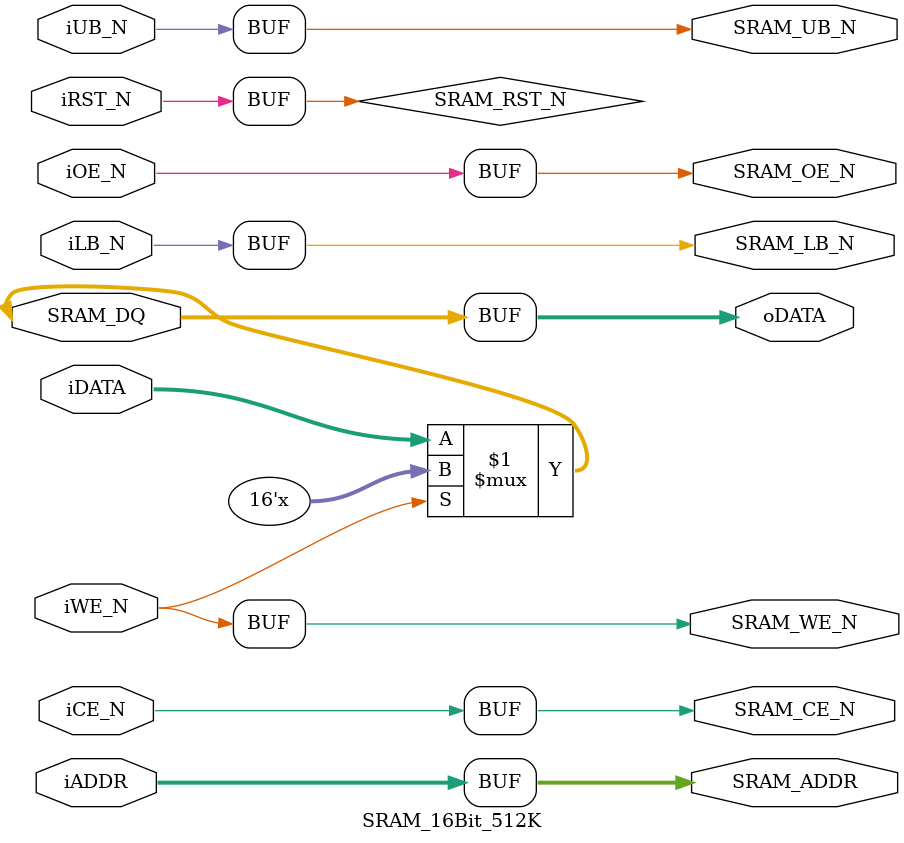
<source format=v>
module	SRAM_16Bit_512K(//	Host Data
						oDATA,iDATA,iADDR,
						iWE_N,iOE_N,
						iCE_N,iRST_N,
						iUB_N,iLB_N,
						//	SRAM
						SRAM_DQ,
						SRAM_ADDR,
						SRAM_UB_N,
						SRAM_LB_N,
						SRAM_WE_N,
						SRAM_CE_N,
						SRAM_OE_N
						);
//	Host Side
input	[15:0]	iDATA;
output	[15:0]	oDATA;
input	[17:0]	iADDR;
input			iWE_N,iOE_N;
input			iCE_N,iRST_N;
input			iUB_N,iLB_N;
//	SRAM Side
inout	[15:0]	SRAM_DQ;
output	[17:0]	SRAM_ADDR;
output			SRAM_UB_N,
				SRAM_LB_N,
				SRAM_WE_N,
				SRAM_CE_N,
				SRAM_OE_N;

assign	SRAM_DQ 	=	SRAM_WE_N ? 16'hzzzz : iDATA;
assign	oDATA		=	SRAM_DQ;
assign	SRAM_ADDR	=	iADDR;
assign	SRAM_WE_N	=	iWE_N;
assign	SRAM_OE_N	=	iOE_N;
assign	SRAM_CE_N	=	iCE_N;
assign	SRAM_RST_N	=	iRST_N;
assign	SRAM_UB_N	=	iUB_N;
assign	SRAM_LB_N	=	iLB_N;

endmodule
</source>
